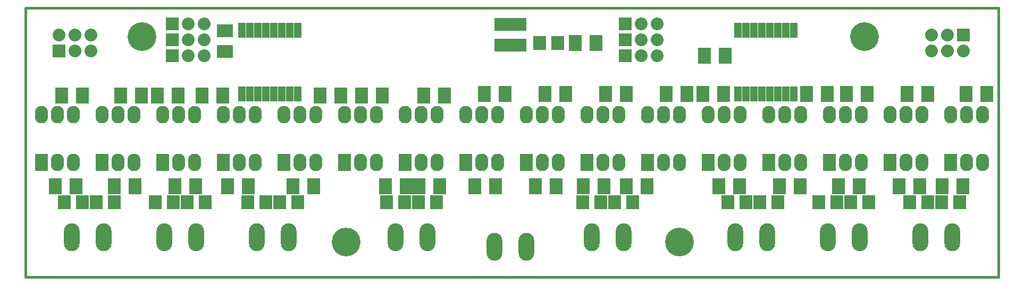
<source format=gts>
G04 (created by PCBNEW-RS274X (2012-01-19 BZR 3256)-stable) date 15/05/2012 08:53:45*
G01*
G70*
G90*
%MOIN*%
G04 Gerber Fmt 3.4, Leading zero omitted, Abs format*
%FSLAX34Y34*%
G04 APERTURE LIST*
%ADD10C,0.006000*%
%ADD11C,0.015000*%
%ADD12R,0.080000X0.080000*%
%ADD13C,0.080000*%
%ADD14R,0.080000X0.100000*%
%ADD15R,0.082000X0.110000*%
%ADD16O,0.082000X0.110000*%
%ADD17R,0.082900X0.090900*%
%ADD18O,0.098000X0.176000*%
%ADD19R,0.100000X0.080000*%
%ADD20R,0.045000X0.095000*%
%ADD21C,0.180000*%
G04 APERTURE END LIST*
G54D10*
G54D11*
X90700Y-61700D02*
X90700Y-44800D01*
X29700Y-61700D02*
X90700Y-61700D01*
X29700Y-44800D02*
X29700Y-61700D01*
X90700Y-44800D02*
X29700Y-44800D01*
G54D12*
X67300Y-47800D03*
G54D13*
X68300Y-47800D03*
X69300Y-47800D03*
G54D12*
X67300Y-46800D03*
G54D13*
X68300Y-46800D03*
X69300Y-46800D03*
G54D12*
X67300Y-45800D03*
G54D13*
X68300Y-45800D03*
X69300Y-45800D03*
G54D14*
X73550Y-47800D03*
X72250Y-47800D03*
G54D15*
X61100Y-54500D03*
G54D16*
X62100Y-54500D03*
X63100Y-54500D03*
X63100Y-51500D03*
X62100Y-51500D03*
X61100Y-51500D03*
G54D15*
X64900Y-54500D03*
G54D16*
X65900Y-54500D03*
X66900Y-54500D03*
X66900Y-51500D03*
X65900Y-51500D03*
X64900Y-51500D03*
G54D15*
X68700Y-54500D03*
G54D16*
X69700Y-54500D03*
X70700Y-54500D03*
X70700Y-51500D03*
X69700Y-51500D03*
X68700Y-51500D03*
G54D15*
X72500Y-54500D03*
G54D16*
X73500Y-54500D03*
X74500Y-54500D03*
X74500Y-51500D03*
X73500Y-51500D03*
X72500Y-51500D03*
G54D15*
X76300Y-54500D03*
G54D16*
X77300Y-54500D03*
X78300Y-54500D03*
X78300Y-51500D03*
X77300Y-51500D03*
X76300Y-51500D03*
G54D15*
X80100Y-54500D03*
G54D16*
X81100Y-54500D03*
X82100Y-54500D03*
X82100Y-51500D03*
X81100Y-51500D03*
X80100Y-51500D03*
G54D15*
X83900Y-54500D03*
G54D16*
X84900Y-54500D03*
X85900Y-54500D03*
X85900Y-51500D03*
X84900Y-51500D03*
X83900Y-51500D03*
G54D15*
X87700Y-54500D03*
G54D16*
X88700Y-54500D03*
X89700Y-54500D03*
X89700Y-51500D03*
X88700Y-51500D03*
X87700Y-51500D03*
G54D14*
X63550Y-50200D03*
X62250Y-50200D03*
X67350Y-50200D03*
X66050Y-50200D03*
X71150Y-50200D03*
X69850Y-50200D03*
X72150Y-50200D03*
X73450Y-50200D03*
X79950Y-50200D03*
X78650Y-50200D03*
X82450Y-50200D03*
X81150Y-50200D03*
X86250Y-50200D03*
X84950Y-50200D03*
X89950Y-50200D03*
X88650Y-50200D03*
X62950Y-56000D03*
X61650Y-56000D03*
X65950Y-56000D03*
X64650Y-56000D03*
X68650Y-56000D03*
X67350Y-56000D03*
X74450Y-56000D03*
X73150Y-56000D03*
X78250Y-56000D03*
X76950Y-56000D03*
X81950Y-56000D03*
X80650Y-56000D03*
X85750Y-56000D03*
X84450Y-56000D03*
X88450Y-56000D03*
X87150Y-56000D03*
X55650Y-56000D03*
X54350Y-56000D03*
X57850Y-56000D03*
X59150Y-56000D03*
G54D15*
X30700Y-54500D03*
G54D16*
X31700Y-54500D03*
X32700Y-54500D03*
X32700Y-51500D03*
X31700Y-51500D03*
X30700Y-51500D03*
G54D15*
X34500Y-54500D03*
G54D16*
X35500Y-54500D03*
X36500Y-54500D03*
X36500Y-51500D03*
X35500Y-51500D03*
X34500Y-51500D03*
G54D15*
X38300Y-54500D03*
G54D16*
X39300Y-54500D03*
X40300Y-54500D03*
X40300Y-51500D03*
X39300Y-51500D03*
X38300Y-51500D03*
G54D15*
X42100Y-54500D03*
G54D16*
X43100Y-54500D03*
X44100Y-54500D03*
X44100Y-51500D03*
X43100Y-51500D03*
X42100Y-51500D03*
G54D15*
X45900Y-54500D03*
G54D16*
X46900Y-54500D03*
X47900Y-54500D03*
X47900Y-51500D03*
X46900Y-51500D03*
X45900Y-51500D03*
G54D15*
X49700Y-54500D03*
G54D16*
X50700Y-54500D03*
X51700Y-54500D03*
X51700Y-51500D03*
X50700Y-51500D03*
X49700Y-51500D03*
G54D15*
X53500Y-54500D03*
G54D16*
X54500Y-54500D03*
X55500Y-54500D03*
X55500Y-51500D03*
X54500Y-51500D03*
X53500Y-51500D03*
G54D15*
X57300Y-54500D03*
G54D16*
X58300Y-54500D03*
X59300Y-54500D03*
X59300Y-51500D03*
X58300Y-51500D03*
X57300Y-51500D03*
G54D14*
X52250Y-56000D03*
X53550Y-56000D03*
X46450Y-56000D03*
X47750Y-56000D03*
X42350Y-56000D03*
X43650Y-56000D03*
X39050Y-56000D03*
X40350Y-56000D03*
X36550Y-56000D03*
X35250Y-56000D03*
X32850Y-56000D03*
X31550Y-56000D03*
X59750Y-50200D03*
X58450Y-50200D03*
X55950Y-50300D03*
X54650Y-50300D03*
X52050Y-50300D03*
X50750Y-50300D03*
X49450Y-50300D03*
X48150Y-50300D03*
X40750Y-50300D03*
X42050Y-50300D03*
X37950Y-50300D03*
X39250Y-50300D03*
X36950Y-50300D03*
X35650Y-50300D03*
X33250Y-50300D03*
X31950Y-50300D03*
G54D17*
X39841Y-57000D03*
X40959Y-57000D03*
X37841Y-57000D03*
X38959Y-57000D03*
X34141Y-57000D03*
X35259Y-57000D03*
X32141Y-57000D03*
X33259Y-57000D03*
G54D18*
X52910Y-59200D03*
X54880Y-59200D03*
X44210Y-59200D03*
X46180Y-59200D03*
X38410Y-59200D03*
X40380Y-59200D03*
X32610Y-59200D03*
X34580Y-59200D03*
X85810Y-59200D03*
X87780Y-59200D03*
X80010Y-59200D03*
X81980Y-59200D03*
X74210Y-59200D03*
X76180Y-59200D03*
X65210Y-59200D03*
X67180Y-59200D03*
G54D17*
X54341Y-57000D03*
X55459Y-57000D03*
X52341Y-57000D03*
X53459Y-57000D03*
X45641Y-57000D03*
X46759Y-57000D03*
X43641Y-57000D03*
X44759Y-57000D03*
X87141Y-57000D03*
X88259Y-57000D03*
X85141Y-57000D03*
X86259Y-57000D03*
X81441Y-57000D03*
X82559Y-57000D03*
X79441Y-57000D03*
X80559Y-57000D03*
X75741Y-57000D03*
X76859Y-57000D03*
X73741Y-57000D03*
X74859Y-57000D03*
X66641Y-57000D03*
X67759Y-57000D03*
X64641Y-57000D03*
X65759Y-57000D03*
G54D19*
X60600Y-45850D03*
X60600Y-47150D03*
X59600Y-45850D03*
X59600Y-47150D03*
G54D12*
X31800Y-47500D03*
G54D13*
X31800Y-46500D03*
X32800Y-47500D03*
X32800Y-46500D03*
X33800Y-47500D03*
X33800Y-46500D03*
G54D12*
X88500Y-46500D03*
G54D13*
X88500Y-47500D03*
X87500Y-46500D03*
X87500Y-47500D03*
X86500Y-46500D03*
X86500Y-47500D03*
G54D18*
X59110Y-59800D03*
X61080Y-59800D03*
G54D12*
X38900Y-47800D03*
G54D13*
X39900Y-47800D03*
X40900Y-47800D03*
G54D12*
X38900Y-46800D03*
G54D13*
X39900Y-46800D03*
X40900Y-46800D03*
G54D12*
X38900Y-45800D03*
G54D13*
X39900Y-45800D03*
X40900Y-45800D03*
G54D19*
X42200Y-47550D03*
X42200Y-46250D03*
G54D20*
X46750Y-46200D03*
X46250Y-46200D03*
X45750Y-46200D03*
X45250Y-46200D03*
X44750Y-46200D03*
X44250Y-46200D03*
X43750Y-46200D03*
X43250Y-46200D03*
X43250Y-50200D03*
X43750Y-50200D03*
X44250Y-50200D03*
X44750Y-50200D03*
X45250Y-50200D03*
X45750Y-50200D03*
X46250Y-50200D03*
X46750Y-50200D03*
X77850Y-46200D03*
X77350Y-46200D03*
X76850Y-46200D03*
X76350Y-46200D03*
X75850Y-46200D03*
X75350Y-46200D03*
X74850Y-46200D03*
X74350Y-46200D03*
X74350Y-50200D03*
X74850Y-50200D03*
X75350Y-50200D03*
X75850Y-50200D03*
X76350Y-50200D03*
X76850Y-50200D03*
X77350Y-50200D03*
X77850Y-50200D03*
G54D14*
X64150Y-47000D03*
X65450Y-47000D03*
G54D17*
X61941Y-47000D03*
X63059Y-47000D03*
G54D21*
X37000Y-46600D03*
X82300Y-46600D03*
X70700Y-59500D03*
X49800Y-59500D03*
M02*

</source>
